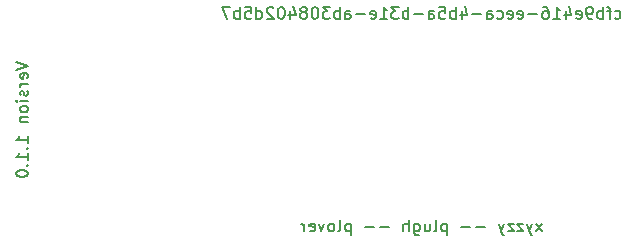
<source format=gbo>
G04 #@! TF.GenerationSoftware,KiCad,Pcbnew,(5.1.5)-3*
G04 #@! TF.CreationDate,2020-09-01T16:09:18+01:00*
G04 #@! TF.ProjectId,groveToPi,67726f76-6554-46f5-9069-2e6b69636164,1.1.0*
G04 #@! TF.SameCoordinates,Original*
G04 #@! TF.FileFunction,Legend,Bot*
G04 #@! TF.FilePolarity,Positive*
%FSLAX46Y46*%
G04 Gerber Fmt 4.6, Leading zero omitted, Abs format (unit mm)*
G04 Created by KiCad (PCBNEW (5.1.5)-3) date 2020-09-01 16:09:18*
%MOMM*%
%LPD*%
G04 APERTURE LIST*
%ADD10C,0.150000*%
G04 APERTURE END LIST*
D10*
X132190476Y-114452380D02*
X131666666Y-113785714D01*
X132190476Y-113785714D02*
X131666666Y-114452380D01*
X131380952Y-113785714D02*
X131142857Y-114452380D01*
X130904761Y-113785714D02*
X131142857Y-114452380D01*
X131238095Y-114690476D01*
X131285714Y-114738095D01*
X131380952Y-114785714D01*
X130619047Y-113785714D02*
X130095238Y-113785714D01*
X130619047Y-114452380D01*
X130095238Y-114452380D01*
X129809523Y-113785714D02*
X129285714Y-113785714D01*
X129809523Y-114452380D01*
X129285714Y-114452380D01*
X129000000Y-113785714D02*
X128761904Y-114452380D01*
X128523809Y-113785714D02*
X128761904Y-114452380D01*
X128857142Y-114690476D01*
X128904761Y-114738095D01*
X129000000Y-114785714D01*
X127380952Y-114071428D02*
X126619047Y-114071428D01*
X126142857Y-114071428D02*
X125380952Y-114071428D01*
X124142857Y-113785714D02*
X124142857Y-114785714D01*
X124142857Y-113833333D02*
X124047619Y-113785714D01*
X123857142Y-113785714D01*
X123761904Y-113833333D01*
X123714285Y-113880952D01*
X123666666Y-113976190D01*
X123666666Y-114261904D01*
X123714285Y-114357142D01*
X123761904Y-114404761D01*
X123857142Y-114452380D01*
X124047619Y-114452380D01*
X124142857Y-114404761D01*
X123095238Y-114452380D02*
X123190476Y-114404761D01*
X123238095Y-114309523D01*
X123238095Y-113452380D01*
X122285714Y-113785714D02*
X122285714Y-114452380D01*
X122714285Y-113785714D02*
X122714285Y-114309523D01*
X122666666Y-114404761D01*
X122571428Y-114452380D01*
X122428571Y-114452380D01*
X122333333Y-114404761D01*
X122285714Y-114357142D01*
X121380952Y-113785714D02*
X121380952Y-114595238D01*
X121428571Y-114690476D01*
X121476190Y-114738095D01*
X121571428Y-114785714D01*
X121714285Y-114785714D01*
X121809523Y-114738095D01*
X121380952Y-114404761D02*
X121476190Y-114452380D01*
X121666666Y-114452380D01*
X121761904Y-114404761D01*
X121809523Y-114357142D01*
X121857142Y-114261904D01*
X121857142Y-113976190D01*
X121809523Y-113880952D01*
X121761904Y-113833333D01*
X121666666Y-113785714D01*
X121476190Y-113785714D01*
X121380952Y-113833333D01*
X120904761Y-114452380D02*
X120904761Y-113452380D01*
X120476190Y-114452380D02*
X120476190Y-113928571D01*
X120523809Y-113833333D01*
X120619047Y-113785714D01*
X120761904Y-113785714D01*
X120857142Y-113833333D01*
X120904761Y-113880952D01*
X119238095Y-114071428D02*
X118476190Y-114071428D01*
X118000000Y-114071428D02*
X117238095Y-114071428D01*
X116000000Y-113785714D02*
X116000000Y-114785714D01*
X116000000Y-113833333D02*
X115904761Y-113785714D01*
X115714285Y-113785714D01*
X115619047Y-113833333D01*
X115571428Y-113880952D01*
X115523809Y-113976190D01*
X115523809Y-114261904D01*
X115571428Y-114357142D01*
X115619047Y-114404761D01*
X115714285Y-114452380D01*
X115904761Y-114452380D01*
X116000000Y-114404761D01*
X114952380Y-114452380D02*
X115047619Y-114404761D01*
X115095238Y-114309523D01*
X115095238Y-113452380D01*
X114428571Y-114452380D02*
X114523809Y-114404761D01*
X114571428Y-114357142D01*
X114619047Y-114261904D01*
X114619047Y-113976190D01*
X114571428Y-113880952D01*
X114523809Y-113833333D01*
X114428571Y-113785714D01*
X114285714Y-113785714D01*
X114190476Y-113833333D01*
X114142857Y-113880952D01*
X114095238Y-113976190D01*
X114095238Y-114261904D01*
X114142857Y-114357142D01*
X114190476Y-114404761D01*
X114285714Y-114452380D01*
X114428571Y-114452380D01*
X113761904Y-113785714D02*
X113523809Y-114452380D01*
X113285714Y-113785714D01*
X112523809Y-114404761D02*
X112619047Y-114452380D01*
X112809523Y-114452380D01*
X112904761Y-114404761D01*
X112952380Y-114309523D01*
X112952380Y-113928571D01*
X112904761Y-113833333D01*
X112809523Y-113785714D01*
X112619047Y-113785714D01*
X112523809Y-113833333D01*
X112476190Y-113928571D01*
X112476190Y-114023809D01*
X112952380Y-114119047D01*
X112047619Y-114452380D02*
X112047619Y-113785714D01*
X112047619Y-113976190D02*
X112000000Y-113880952D01*
X111952380Y-113833333D01*
X111857142Y-113785714D01*
X111761904Y-113785714D01*
X138357142Y-96404761D02*
X138452380Y-96452380D01*
X138642857Y-96452380D01*
X138738095Y-96404761D01*
X138785714Y-96357142D01*
X138833333Y-96261904D01*
X138833333Y-95976190D01*
X138785714Y-95880952D01*
X138738095Y-95833333D01*
X138642857Y-95785714D01*
X138452380Y-95785714D01*
X138357142Y-95833333D01*
X138071428Y-95785714D02*
X137690476Y-95785714D01*
X137928571Y-96452380D02*
X137928571Y-95595238D01*
X137880952Y-95500000D01*
X137785714Y-95452380D01*
X137690476Y-95452380D01*
X137357142Y-96452380D02*
X137357142Y-95452380D01*
X137357142Y-95833333D02*
X137261904Y-95785714D01*
X137071428Y-95785714D01*
X136976190Y-95833333D01*
X136928571Y-95880952D01*
X136880952Y-95976190D01*
X136880952Y-96261904D01*
X136928571Y-96357142D01*
X136976190Y-96404761D01*
X137071428Y-96452380D01*
X137261904Y-96452380D01*
X137357142Y-96404761D01*
X136404761Y-96452380D02*
X136214285Y-96452380D01*
X136119047Y-96404761D01*
X136071428Y-96357142D01*
X135976190Y-96214285D01*
X135928571Y-96023809D01*
X135928571Y-95642857D01*
X135976190Y-95547619D01*
X136023809Y-95500000D01*
X136119047Y-95452380D01*
X136309523Y-95452380D01*
X136404761Y-95500000D01*
X136452380Y-95547619D01*
X136500000Y-95642857D01*
X136500000Y-95880952D01*
X136452380Y-95976190D01*
X136404761Y-96023809D01*
X136309523Y-96071428D01*
X136119047Y-96071428D01*
X136023809Y-96023809D01*
X135976190Y-95976190D01*
X135928571Y-95880952D01*
X135119047Y-96404761D02*
X135214285Y-96452380D01*
X135404761Y-96452380D01*
X135500000Y-96404761D01*
X135547619Y-96309523D01*
X135547619Y-95928571D01*
X135500000Y-95833333D01*
X135404761Y-95785714D01*
X135214285Y-95785714D01*
X135119047Y-95833333D01*
X135071428Y-95928571D01*
X135071428Y-96023809D01*
X135547619Y-96119047D01*
X134214285Y-95785714D02*
X134214285Y-96452380D01*
X134452380Y-95404761D02*
X134690476Y-96119047D01*
X134071428Y-96119047D01*
X133166666Y-96452380D02*
X133738095Y-96452380D01*
X133452380Y-96452380D02*
X133452380Y-95452380D01*
X133547619Y-95595238D01*
X133642857Y-95690476D01*
X133738095Y-95738095D01*
X132309523Y-95452380D02*
X132500000Y-95452380D01*
X132595238Y-95500000D01*
X132642857Y-95547619D01*
X132738095Y-95690476D01*
X132785714Y-95880952D01*
X132785714Y-96261904D01*
X132738095Y-96357142D01*
X132690476Y-96404761D01*
X132595238Y-96452380D01*
X132404761Y-96452380D01*
X132309523Y-96404761D01*
X132261904Y-96357142D01*
X132214285Y-96261904D01*
X132214285Y-96023809D01*
X132261904Y-95928571D01*
X132309523Y-95880952D01*
X132404761Y-95833333D01*
X132595238Y-95833333D01*
X132690476Y-95880952D01*
X132738095Y-95928571D01*
X132785714Y-96023809D01*
X131785714Y-96071428D02*
X131023809Y-96071428D01*
X130166666Y-96404761D02*
X130261904Y-96452380D01*
X130452380Y-96452380D01*
X130547619Y-96404761D01*
X130595238Y-96309523D01*
X130595238Y-95928571D01*
X130547619Y-95833333D01*
X130452380Y-95785714D01*
X130261904Y-95785714D01*
X130166666Y-95833333D01*
X130119047Y-95928571D01*
X130119047Y-96023809D01*
X130595238Y-96119047D01*
X129309523Y-96404761D02*
X129404761Y-96452380D01*
X129595238Y-96452380D01*
X129690476Y-96404761D01*
X129738095Y-96309523D01*
X129738095Y-95928571D01*
X129690476Y-95833333D01*
X129595238Y-95785714D01*
X129404761Y-95785714D01*
X129309523Y-95833333D01*
X129261904Y-95928571D01*
X129261904Y-96023809D01*
X129738095Y-96119047D01*
X128404761Y-96404761D02*
X128500000Y-96452380D01*
X128690476Y-96452380D01*
X128785714Y-96404761D01*
X128833333Y-96357142D01*
X128880952Y-96261904D01*
X128880952Y-95976190D01*
X128833333Y-95880952D01*
X128785714Y-95833333D01*
X128690476Y-95785714D01*
X128500000Y-95785714D01*
X128404761Y-95833333D01*
X127547619Y-96452380D02*
X127547619Y-95928571D01*
X127595238Y-95833333D01*
X127690476Y-95785714D01*
X127880952Y-95785714D01*
X127976190Y-95833333D01*
X127547619Y-96404761D02*
X127642857Y-96452380D01*
X127880952Y-96452380D01*
X127976190Y-96404761D01*
X128023809Y-96309523D01*
X128023809Y-96214285D01*
X127976190Y-96119047D01*
X127880952Y-96071428D01*
X127642857Y-96071428D01*
X127547619Y-96023809D01*
X127071428Y-96071428D02*
X126309523Y-96071428D01*
X125404761Y-95785714D02*
X125404761Y-96452380D01*
X125642857Y-95404761D02*
X125880952Y-96119047D01*
X125261904Y-96119047D01*
X124880952Y-96452380D02*
X124880952Y-95452380D01*
X124880952Y-95833333D02*
X124785714Y-95785714D01*
X124595238Y-95785714D01*
X124500000Y-95833333D01*
X124452380Y-95880952D01*
X124404761Y-95976190D01*
X124404761Y-96261904D01*
X124452380Y-96357142D01*
X124500000Y-96404761D01*
X124595238Y-96452380D01*
X124785714Y-96452380D01*
X124880952Y-96404761D01*
X123500000Y-95452380D02*
X123976190Y-95452380D01*
X124023809Y-95928571D01*
X123976190Y-95880952D01*
X123880952Y-95833333D01*
X123642857Y-95833333D01*
X123547619Y-95880952D01*
X123500000Y-95928571D01*
X123452380Y-96023809D01*
X123452380Y-96261904D01*
X123500000Y-96357142D01*
X123547619Y-96404761D01*
X123642857Y-96452380D01*
X123880952Y-96452380D01*
X123976190Y-96404761D01*
X124023809Y-96357142D01*
X122595238Y-96452380D02*
X122595238Y-95928571D01*
X122642857Y-95833333D01*
X122738095Y-95785714D01*
X122928571Y-95785714D01*
X123023809Y-95833333D01*
X122595238Y-96404761D02*
X122690476Y-96452380D01*
X122928571Y-96452380D01*
X123023809Y-96404761D01*
X123071428Y-96309523D01*
X123071428Y-96214285D01*
X123023809Y-96119047D01*
X122928571Y-96071428D01*
X122690476Y-96071428D01*
X122595238Y-96023809D01*
X122119047Y-96071428D02*
X121357142Y-96071428D01*
X120880952Y-96452380D02*
X120880952Y-95452380D01*
X120880952Y-95833333D02*
X120785714Y-95785714D01*
X120595238Y-95785714D01*
X120500000Y-95833333D01*
X120452380Y-95880952D01*
X120404761Y-95976190D01*
X120404761Y-96261904D01*
X120452380Y-96357142D01*
X120500000Y-96404761D01*
X120595238Y-96452380D01*
X120785714Y-96452380D01*
X120880952Y-96404761D01*
X120071428Y-95452380D02*
X119452380Y-95452380D01*
X119785714Y-95833333D01*
X119642857Y-95833333D01*
X119547619Y-95880952D01*
X119500000Y-95928571D01*
X119452380Y-96023809D01*
X119452380Y-96261904D01*
X119500000Y-96357142D01*
X119547619Y-96404761D01*
X119642857Y-96452380D01*
X119928571Y-96452380D01*
X120023809Y-96404761D01*
X120071428Y-96357142D01*
X118500000Y-96452380D02*
X119071428Y-96452380D01*
X118785714Y-96452380D02*
X118785714Y-95452380D01*
X118880952Y-95595238D01*
X118976190Y-95690476D01*
X119071428Y-95738095D01*
X117690476Y-96404761D02*
X117785714Y-96452380D01*
X117976190Y-96452380D01*
X118071428Y-96404761D01*
X118119047Y-96309523D01*
X118119047Y-95928571D01*
X118071428Y-95833333D01*
X117976190Y-95785714D01*
X117785714Y-95785714D01*
X117690476Y-95833333D01*
X117642857Y-95928571D01*
X117642857Y-96023809D01*
X118119047Y-96119047D01*
X117214285Y-96071428D02*
X116452380Y-96071428D01*
X115547619Y-96452380D02*
X115547619Y-95928571D01*
X115595238Y-95833333D01*
X115690476Y-95785714D01*
X115880952Y-95785714D01*
X115976190Y-95833333D01*
X115547619Y-96404761D02*
X115642857Y-96452380D01*
X115880952Y-96452380D01*
X115976190Y-96404761D01*
X116023809Y-96309523D01*
X116023809Y-96214285D01*
X115976190Y-96119047D01*
X115880952Y-96071428D01*
X115642857Y-96071428D01*
X115547619Y-96023809D01*
X115071428Y-96452380D02*
X115071428Y-95452380D01*
X115071428Y-95833333D02*
X114976190Y-95785714D01*
X114785714Y-95785714D01*
X114690476Y-95833333D01*
X114642857Y-95880952D01*
X114595238Y-95976190D01*
X114595238Y-96261904D01*
X114642857Y-96357142D01*
X114690476Y-96404761D01*
X114785714Y-96452380D01*
X114976190Y-96452380D01*
X115071428Y-96404761D01*
X114261904Y-95452380D02*
X113642857Y-95452380D01*
X113976190Y-95833333D01*
X113833333Y-95833333D01*
X113738095Y-95880952D01*
X113690476Y-95928571D01*
X113642857Y-96023809D01*
X113642857Y-96261904D01*
X113690476Y-96357142D01*
X113738095Y-96404761D01*
X113833333Y-96452380D01*
X114119047Y-96452380D01*
X114214285Y-96404761D01*
X114261904Y-96357142D01*
X113023809Y-95452380D02*
X112928571Y-95452380D01*
X112833333Y-95500000D01*
X112785714Y-95547619D01*
X112738095Y-95642857D01*
X112690476Y-95833333D01*
X112690476Y-96071428D01*
X112738095Y-96261904D01*
X112785714Y-96357142D01*
X112833333Y-96404761D01*
X112928571Y-96452380D01*
X113023809Y-96452380D01*
X113119047Y-96404761D01*
X113166666Y-96357142D01*
X113214285Y-96261904D01*
X113261904Y-96071428D01*
X113261904Y-95833333D01*
X113214285Y-95642857D01*
X113166666Y-95547619D01*
X113119047Y-95500000D01*
X113023809Y-95452380D01*
X112119047Y-95880952D02*
X112214285Y-95833333D01*
X112261904Y-95785714D01*
X112309523Y-95690476D01*
X112309523Y-95642857D01*
X112261904Y-95547619D01*
X112214285Y-95500000D01*
X112119047Y-95452380D01*
X111928571Y-95452380D01*
X111833333Y-95500000D01*
X111785714Y-95547619D01*
X111738095Y-95642857D01*
X111738095Y-95690476D01*
X111785714Y-95785714D01*
X111833333Y-95833333D01*
X111928571Y-95880952D01*
X112119047Y-95880952D01*
X112214285Y-95928571D01*
X112261904Y-95976190D01*
X112309523Y-96071428D01*
X112309523Y-96261904D01*
X112261904Y-96357142D01*
X112214285Y-96404761D01*
X112119047Y-96452380D01*
X111928571Y-96452380D01*
X111833333Y-96404761D01*
X111785714Y-96357142D01*
X111738095Y-96261904D01*
X111738095Y-96071428D01*
X111785714Y-95976190D01*
X111833333Y-95928571D01*
X111928571Y-95880952D01*
X110880952Y-95785714D02*
X110880952Y-96452380D01*
X111119047Y-95404761D02*
X111357142Y-96119047D01*
X110738095Y-96119047D01*
X110166666Y-95452380D02*
X110071428Y-95452380D01*
X109976190Y-95500000D01*
X109928571Y-95547619D01*
X109880952Y-95642857D01*
X109833333Y-95833333D01*
X109833333Y-96071428D01*
X109880952Y-96261904D01*
X109928571Y-96357142D01*
X109976190Y-96404761D01*
X110071428Y-96452380D01*
X110166666Y-96452380D01*
X110261904Y-96404761D01*
X110309523Y-96357142D01*
X110357142Y-96261904D01*
X110404761Y-96071428D01*
X110404761Y-95833333D01*
X110357142Y-95642857D01*
X110309523Y-95547619D01*
X110261904Y-95500000D01*
X110166666Y-95452380D01*
X109452380Y-95547619D02*
X109404761Y-95500000D01*
X109309523Y-95452380D01*
X109071428Y-95452380D01*
X108976190Y-95500000D01*
X108928571Y-95547619D01*
X108880952Y-95642857D01*
X108880952Y-95738095D01*
X108928571Y-95880952D01*
X109500000Y-96452380D01*
X108880952Y-96452380D01*
X108023809Y-96452380D02*
X108023809Y-95452380D01*
X108023809Y-96404761D02*
X108119047Y-96452380D01*
X108309523Y-96452380D01*
X108404761Y-96404761D01*
X108452380Y-96357142D01*
X108500000Y-96261904D01*
X108500000Y-95976190D01*
X108452380Y-95880952D01*
X108404761Y-95833333D01*
X108309523Y-95785714D01*
X108119047Y-95785714D01*
X108023809Y-95833333D01*
X107071428Y-95452380D02*
X107547619Y-95452380D01*
X107595238Y-95928571D01*
X107547619Y-95880952D01*
X107452380Y-95833333D01*
X107214285Y-95833333D01*
X107119047Y-95880952D01*
X107071428Y-95928571D01*
X107023809Y-96023809D01*
X107023809Y-96261904D01*
X107071428Y-96357142D01*
X107119047Y-96404761D01*
X107214285Y-96452380D01*
X107452380Y-96452380D01*
X107547619Y-96404761D01*
X107595238Y-96357142D01*
X106595238Y-96452380D02*
X106595238Y-95452380D01*
X106595238Y-95833333D02*
X106500000Y-95785714D01*
X106309523Y-95785714D01*
X106214285Y-95833333D01*
X106166666Y-95880952D01*
X106119047Y-95976190D01*
X106119047Y-96261904D01*
X106166666Y-96357142D01*
X106214285Y-96404761D01*
X106309523Y-96452380D01*
X106500000Y-96452380D01*
X106595238Y-96404761D01*
X105785714Y-95452380D02*
X105119047Y-95452380D01*
X105547619Y-96452380D01*
X87671660Y-100124238D02*
X88671660Y-100457571D01*
X87671660Y-100790904D01*
X88624041Y-101505190D02*
X88671660Y-101409952D01*
X88671660Y-101219476D01*
X88624041Y-101124238D01*
X88528803Y-101076619D01*
X88147851Y-101076619D01*
X88052613Y-101124238D01*
X88004994Y-101219476D01*
X88004994Y-101409952D01*
X88052613Y-101505190D01*
X88147851Y-101552809D01*
X88243089Y-101552809D01*
X88338327Y-101076619D01*
X88671660Y-101981380D02*
X88004994Y-101981380D01*
X88195470Y-101981380D02*
X88100232Y-102029000D01*
X88052613Y-102076619D01*
X88004994Y-102171857D01*
X88004994Y-102267095D01*
X88624041Y-102552809D02*
X88671660Y-102648047D01*
X88671660Y-102838523D01*
X88624041Y-102933761D01*
X88528803Y-102981380D01*
X88481184Y-102981380D01*
X88385946Y-102933761D01*
X88338327Y-102838523D01*
X88338327Y-102695666D01*
X88290708Y-102600428D01*
X88195470Y-102552809D01*
X88147851Y-102552809D01*
X88052613Y-102600428D01*
X88004994Y-102695666D01*
X88004994Y-102838523D01*
X88052613Y-102933761D01*
X88671660Y-103409952D02*
X88004994Y-103409952D01*
X87671660Y-103409952D02*
X87719280Y-103362333D01*
X87766899Y-103409952D01*
X87719280Y-103457571D01*
X87671660Y-103409952D01*
X87766899Y-103409952D01*
X88671660Y-104029000D02*
X88624041Y-103933761D01*
X88576422Y-103886142D01*
X88481184Y-103838523D01*
X88195470Y-103838523D01*
X88100232Y-103886142D01*
X88052613Y-103933761D01*
X88004994Y-104029000D01*
X88004994Y-104171857D01*
X88052613Y-104267095D01*
X88100232Y-104314714D01*
X88195470Y-104362333D01*
X88481184Y-104362333D01*
X88576422Y-104314714D01*
X88624041Y-104267095D01*
X88671660Y-104171857D01*
X88671660Y-104029000D01*
X88004994Y-104790904D02*
X88671660Y-104790904D01*
X88100232Y-104790904D02*
X88052613Y-104838523D01*
X88004994Y-104933761D01*
X88004994Y-105076619D01*
X88052613Y-105171857D01*
X88147851Y-105219476D01*
X88671660Y-105219476D01*
X88671660Y-106981380D02*
X88671660Y-106409952D01*
X88671660Y-106695666D02*
X87671660Y-106695666D01*
X87814518Y-106600428D01*
X87909756Y-106505190D01*
X87957375Y-106409952D01*
X88576422Y-107409952D02*
X88624041Y-107457571D01*
X88671660Y-107409952D01*
X88624041Y-107362333D01*
X88576422Y-107409952D01*
X88671660Y-107409952D01*
X88671660Y-108409952D02*
X88671660Y-107838523D01*
X88671660Y-108124238D02*
X87671660Y-108124238D01*
X87814518Y-108029000D01*
X87909756Y-107933761D01*
X87957375Y-107838523D01*
X88576422Y-108838523D02*
X88624041Y-108886142D01*
X88671660Y-108838523D01*
X88624041Y-108790904D01*
X88576422Y-108838523D01*
X88671660Y-108838523D01*
X87671660Y-109505190D02*
X87671660Y-109600428D01*
X87719280Y-109695666D01*
X87766899Y-109743285D01*
X87862137Y-109790904D01*
X88052613Y-109838523D01*
X88290708Y-109838523D01*
X88481184Y-109790904D01*
X88576422Y-109743285D01*
X88624041Y-109695666D01*
X88671660Y-109600428D01*
X88671660Y-109505190D01*
X88624041Y-109409952D01*
X88576422Y-109362333D01*
X88481184Y-109314714D01*
X88290708Y-109267095D01*
X88052613Y-109267095D01*
X87862137Y-109314714D01*
X87766899Y-109362333D01*
X87719280Y-109409952D01*
X87671660Y-109505190D01*
M02*

</source>
